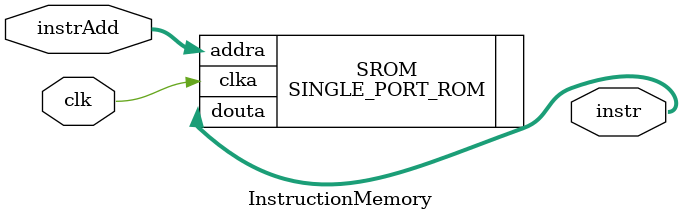
<source format=v>


`timescale 1ns / 1ps

// Module for the Instruction Memory
// Here "SINGLE_PORT_ROM" is a 32-bit enabled single-port ROM IP-CORE generated 
// in the Xilinx. The instruction memory is synchronized with the rest of the  
// modules in the processor through "clk".
// "instrAdd" is the address of a memory location in the ROM from which the instruction has to be fetched.
// "instr" is the 32-bit instruction fetched from the instruction memory.

module InstructionMemory ( clk , instrAdd , instr ) ;
	input wire clk ;
	input wire [31:0] instrAdd ;
	output wire [31:0] instr ;
	SINGLE_PORT_ROM SROM (.clka(clk), .addra(instrAdd), .douta(instr)) ;
	// instantiate single-port ROM ip-core
endmodule

</source>
